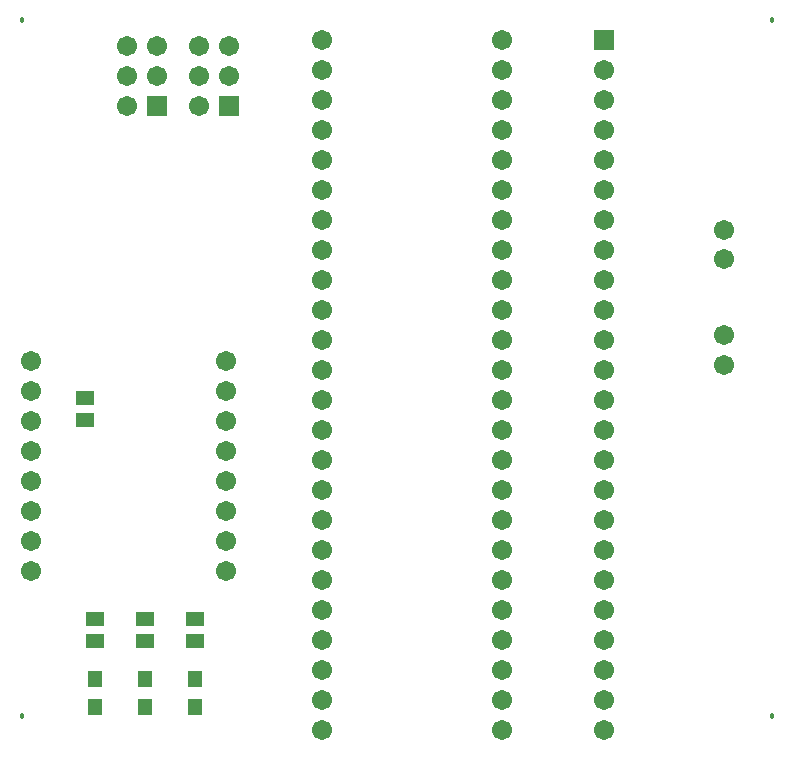
<source format=gts>
G04*
G04 #@! TF.GenerationSoftware,Altium Limited,Altium Designer,20.0.12 (288)*
G04*
G04 Layer_Color=8388736*
%FSLAX25Y25*%
%MOIN*%
G70*
G01*
G75*
%ADD15R,0.05918X0.04934*%
%ADD16R,0.05131X0.05721*%
%ADD17R,0.06312X0.04934*%
%ADD18C,0.06706*%
%ADD19R,0.06706X0.06706*%
%ADD20C,0.01800*%
D15*
X37402Y44980D02*
D03*
Y37697D02*
D03*
X54134Y44980D02*
D03*
Y37697D02*
D03*
X70866Y44980D02*
D03*
Y37697D02*
D03*
D16*
X37402Y25000D02*
D03*
Y15748D02*
D03*
X54134Y25000D02*
D03*
Y15748D02*
D03*
X70866Y25000D02*
D03*
Y15748D02*
D03*
D17*
X34000Y111358D02*
D03*
Y118642D02*
D03*
D18*
X206988Y8110D02*
D03*
Y198110D02*
D03*
Y188110D02*
D03*
Y178110D02*
D03*
Y228110D02*
D03*
Y218110D02*
D03*
Y208110D02*
D03*
Y138110D02*
D03*
Y148110D02*
D03*
Y158110D02*
D03*
Y168110D02*
D03*
Y98110D02*
D03*
Y108110D02*
D03*
Y118110D02*
D03*
Y128110D02*
D03*
Y58110D02*
D03*
Y68110D02*
D03*
Y78110D02*
D03*
Y88110D02*
D03*
Y48110D02*
D03*
Y38110D02*
D03*
Y28110D02*
D03*
Y18110D02*
D03*
X113228Y238110D02*
D03*
Y228110D02*
D03*
Y218110D02*
D03*
Y208110D02*
D03*
Y198110D02*
D03*
Y188110D02*
D03*
Y178110D02*
D03*
Y168110D02*
D03*
Y158110D02*
D03*
Y148110D02*
D03*
Y138110D02*
D03*
Y128110D02*
D03*
Y118110D02*
D03*
Y108110D02*
D03*
X173228D02*
D03*
Y118110D02*
D03*
Y128110D02*
D03*
Y138110D02*
D03*
Y148110D02*
D03*
Y158110D02*
D03*
Y168110D02*
D03*
Y178110D02*
D03*
Y188110D02*
D03*
Y198110D02*
D03*
Y208110D02*
D03*
X113228Y88110D02*
D03*
Y78110D02*
D03*
Y68110D02*
D03*
Y58110D02*
D03*
Y48110D02*
D03*
Y38110D02*
D03*
Y28110D02*
D03*
Y18110D02*
D03*
Y8110D02*
D03*
X173228D02*
D03*
Y18110D02*
D03*
Y28110D02*
D03*
Y38110D02*
D03*
Y48110D02*
D03*
Y58110D02*
D03*
Y68110D02*
D03*
X113228Y98110D02*
D03*
X173228Y218110D02*
D03*
Y228110D02*
D03*
Y238110D02*
D03*
Y98110D02*
D03*
Y88110D02*
D03*
Y78110D02*
D03*
X16004Y120925D02*
D03*
Y130925D02*
D03*
X81004Y120925D02*
D03*
Y130925D02*
D03*
X16004Y100925D02*
D03*
Y110925D02*
D03*
X81004Y100925D02*
D03*
Y110925D02*
D03*
X16004Y80925D02*
D03*
Y90925D02*
D03*
X81004Y80925D02*
D03*
Y90925D02*
D03*
Y70925D02*
D03*
Y60925D02*
D03*
X16004Y70925D02*
D03*
Y60925D02*
D03*
X72000Y236000D02*
D03*
Y226000D02*
D03*
Y216000D02*
D03*
X82000Y236000D02*
D03*
Y226000D02*
D03*
X48000Y236000D02*
D03*
Y226000D02*
D03*
Y216000D02*
D03*
X58000Y236000D02*
D03*
Y226000D02*
D03*
X247000Y165000D02*
D03*
Y174843D02*
D03*
Y129842D02*
D03*
Y139685D02*
D03*
D19*
X206988Y238110D02*
D03*
X82000Y216000D02*
D03*
X58000D02*
D03*
D20*
X263000Y12642D02*
D03*
Y244642D02*
D03*
X13000D02*
D03*
Y12642D02*
D03*
M02*

</source>
